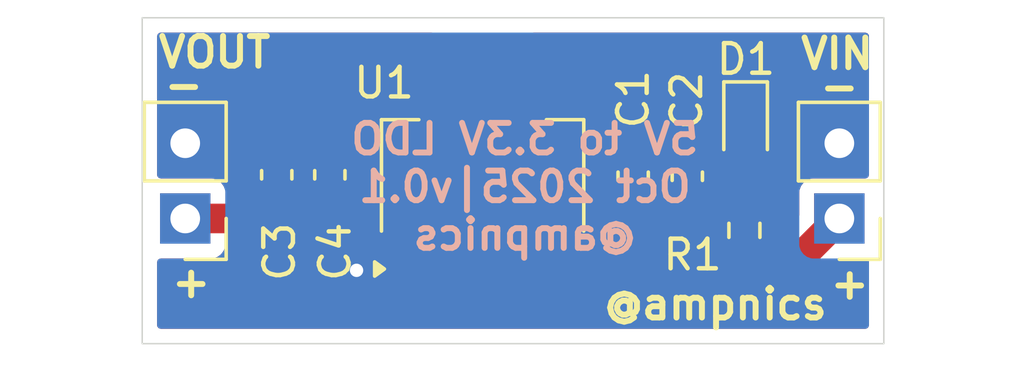
<source format=kicad_pcb>
(kicad_pcb (version 20241229) (generator "pcbnew") (generator_version "9.0")
  (layers (0 "F.Cu" signal) (2 "B.Cu" signal) (13 "F.Paste" user) (15 "B.Paste" user) (5 "F.SilkS" user "F.Silkscreen") (7 "B.SilkS" user "B.Silkscreen") (1 "F.Mask" user) (3 "B.Mask" user) (25 "Edge.Cuts" user))
  (net 0 "")
  (net 1 "+5V")
  (net 2 "GND")
  (net 3 "+3.3V")
  (net 4 "Net-(D1-A)")
  (footprint "Capacitor_SMD:C_0603_1608Metric" (layer "F.Cu") (at 126.535 94.3 90)
    (property "Reference" "C3" (at -2.6 0.09 90) (layer "F.SilkS"))
    (property "Value" "100nF")
    (fp_line (start -0.14058 -0.51) (end 0.14058 -0.51) (stroke (width 0.12)) (layer "F.SilkS"))
    (fp_line (start -0.14058 0.51) (end 0.14058 0.51) (stroke (width 0.12)) (layer "F.SilkS"))
    (pad "1" smd roundrect (at -0.775 0 90) (size 0.9 0.95) (layers "F.Cu" "F.Mask" "F.Paste") (net 3 "+3.3V"))
    (pad "2" smd roundrect (at 0.775 0 90) (size 0.9 0.95) (layers "F.Cu" "F.Mask" "F.Paste") (net 2 "GND"))
  )
  (footprint "Capacitor_SMD:C_0603_1608Metric" (layer "F.Cu") (at 140.375 94.35 90)
    (property "Reference" "C2" (at 2.55 -0.025 90) (layer "F.SilkS"))
    (property "Value" "100nF")
    (fp_line (start -0.14058 -0.51) (end 0.14058 -0.51) (stroke (width 0.12)) (layer "F.SilkS"))
    (fp_line (start -0.14058 0.51) (end 0.14058 0.51) (stroke (width 0.12)) (layer "F.SilkS"))
    (pad "1" smd roundrect (at -0.775 0 90) (size 0.9 0.95) (layers "F.Cu" "F.Mask" "F.Paste") (net 1 "+5V"))
    (pad "2" smd roundrect (at 0.775 0 90) (size 0.9 0.95) (layers "F.Cu" "F.Mask" "F.Paste") (net 2 "GND"))
  )
  (footprint "Connector_PinHeader_2.54mm:PinHeader_1x02_P2.54mm_Vertical" (layer "F.Cu") (at 145.5 95.775 180)
    (property "Reference" "J1" (hide yes))
    (property "Value" "Conn_01x02_Pin")
    (fp_line (start 1.38 1.27) (end 1.38 3.92) (stroke (width 0.12)) (layer "F.SilkS"))
    (fp_line (start -1.38 3.92) (end 1.38 3.92) (stroke (width 0.12)) (layer "F.SilkS"))
    (fp_line (start -1.38 1.27) (end 1.38 1.27) (stroke (width 0.12)) (layer "F.SilkS"))
    (fp_line (start -1.38 1.27) (end -1.38 3.92) (stroke (width 0.12)) (layer "F.SilkS"))
    (fp_line (start -1.38 0) (end -1.38 -1.38) (stroke (width 0.12)) (layer "F.SilkS"))
    (fp_line (start -1.38 -1.38) (end 0 -1.38) (stroke (width 0.12)) (layer "F.SilkS"))
    (pad "1" thru_hole rect (at 0 0 180) (size 1.7 1.7) (drill 1) (layers "*.Cu" "*.Mask") (net 1 "+5V"))
    (pad "2" thru_hole circle (at 0 2.54 180) (size 1.7 1.7) (drill 1) (layers "*.Cu" "*.Mask") (net 2 "GND"))
  )
  (footprint "LED_SMD:LED_0603_1608Metric" (layer "F.Cu") (at 142.34 92.65 -90)
    (property "Reference" "D1" (at -2.25 -0.01 180) (layer "F.SilkS"))
    (property "Value" "LED")
    (fp_line (start -1.485 0.735) (end 0.8 0.735) (stroke (width 0.12)) (layer "F.SilkS"))
    (fp_line (start -1.485 -0.735) (end -1.485 0.735) (stroke (width 0.12)) (layer "F.SilkS"))
    (fp_line (start 0.8 -0.735) (end -1.485 -0.735) (stroke (width 0.12)) (layer "F.SilkS"))
    (pad "1" smd roundrect (at -0.7875 0 270) (size 0.875 0.95) (layers "F.Cu" "F.Mask" "F.Paste") (net 2 "GND"))
    (pad "2" smd roundrect (at 0.7875 0 270) (size 0.875 0.95) (layers "F.Cu" "F.Mask" "F.Paste") (net 4 "Net-(D1-A)"))
  )
  (footprint "Package_TO_SOT_SMD:SOT-223-3_TabPin2" (layer "F.Cu") (at 133.475 94.35 90)
    (property "Reference" "U1" (at 3.15 -3.325 180) (layer "F.SilkS"))
    (property "Value" "AMS1117-3.3")
    (fp_line (start 1.91 -3.41) (end 1.91 -2.15) (stroke (width 0.12)) (layer "F.SilkS"))
    (fp_line (start -1.85 -3.41) (end 1.91 -3.41) (stroke (width 0.12)) (layer "F.SilkS"))
    (fp_line (start 1.91 3.41) (end 1.91 2.15) (stroke (width 0.12)) (layer "F.SilkS"))
    (fp_line (start -1.85 3.41) (end 1.91 3.41) (stroke (width 0.12)) (layer "F.SilkS"))
    (fp_poly (pts (xy -3.13 -3.31) (xy -3.37 -3.64) (xy -2.89 -3.64) (xy -3.13 -3.31)) (stroke (width 0.12)) (fill yes) (layer "F.SilkS"))
    (pad "1" smd roundrect (at -3.15 -2.3 90) (size 2 1.5) (layers "F.Cu" "F.Mask" "F.Paste") (net 2 "GND"))
    (pad "2" smd roundrect (at -3.15 0 90) (size 2 1.5) (layers "F.Cu" "F.Mask" "F.Paste") (net 3 "+3.3V"))
    (pad "2" smd roundrect (at 3.15 0 90) (size 2 3.8) (layers "F.Cu" "F.Mask" "F.Paste") (net 3 "+3.3V"))
    (pad "3" smd roundrect (at -3.15 2.3 90) (size 2 1.5) (layers "F.Cu" "F.Mask" "F.Paste") (net 1 "+5V"))
  )
  (footprint "Resistor_SMD:R_0603_1608Metric" (layer "F.Cu") (at 142.3 96.175 90)
    (property "Reference" "R1" (at -0.825 -1.75 180) (layer "F.SilkS"))
    (property "Value" "1K")
    (fp_line (start -0.237258 -0.5225) (end 0.237258 -0.5225) (stroke (width 0.12)) (layer "F.SilkS"))
    (fp_line (start -0.237258 0.5225) (end 0.237258 0.5225) (stroke (width 0.12)) (layer "F.SilkS"))
    (pad "1" smd roundrect (at -0.825 0 90) (size 0.8 0.95) (layers "F.Cu" "F.Mask" "F.Paste") (net 1 "+5V"))
    (pad "2" smd roundrect (at 0.825 0 90) (size 0.8 0.95) (layers "F.Cu" "F.Mask" "F.Paste") (net 4 "Net-(D1-A)"))
  )
  (footprint "Connector_PinHeader_2.54mm:PinHeader_1x02_P2.54mm_Vertical" (layer "F.Cu") (at 123.45 95.775 180)
    (property "Reference" "J2" (hide yes))
    (property "Value" "Conn_01x02_Pin")
    (fp_line (start 1.38 1.27) (end 1.38 3.92) (stroke (width 0.12)) (layer "F.SilkS"))
    (fp_line (start -1.38 3.92) (end 1.38 3.92) (stroke (width 0.12)) (layer "F.SilkS"))
    (fp_line (start -1.38 1.27) (end 1.38 1.27) (stroke (width 0.12)) (layer "F.SilkS"))
    (fp_line (start -1.38 1.27) (end -1.38 3.92) (stroke (width 0.12)) (layer "F.SilkS"))
    (fp_line (start -1.38 0) (end -1.38 -1.38) (stroke (width 0.12)) (layer "F.SilkS"))
    (fp_line (start -1.38 -1.38) (end 0 -1.38) (stroke (width 0.12)) (layer "F.SilkS"))
    (pad "1" thru_hole rect (at 0 0 180) (size 1.7 1.7) (drill 1) (layers "*.Cu" "*.Mask") (net 3 "+3.3V"))
    (pad "2" thru_hole circle (at 0 2.54 180) (size 1.7 1.7) (drill 1) (layers "*.Cu" "*.Mask") (net 2 "GND"))
  )
  (footprint "Capacitor_SMD:C_0603_1608Metric" (layer "F.Cu") (at 128.325 94.3 90)
    (property "Reference" "C4" (at -2.6 0.175 90) (layer "F.SilkS"))
    (property "Value" "10uF")
    (fp_line (start -0.14058 -0.51) (end 0.14058 -0.51) (stroke (width 0.12)) (layer "F.SilkS"))
    (fp_line (start -0.14058 0.51) (end 0.14058 0.51) (stroke (width 0.12)) (layer "F.SilkS"))
    (pad "1" smd roundrect (at -0.775 0 90) (size 0.9 0.95) (layers "F.Cu" "F.Mask" "F.Paste") (net 3 "+3.3V"))
    (pad "2" smd roundrect (at 0.775 0 90) (size 0.9 0.95) (layers "F.Cu" "F.Mask" "F.Paste") (net 2 "GND"))
  )
  (footprint "Capacitor_SMD:C_0603_1608Metric" (layer "F.Cu") (at 138.55 94.35 90)
    (property "Reference" "C1" (at 2.6 0 90) (layer "F.SilkS"))
    (property "Value" "10uF")
    (fp_line (start -0.14058 -0.51) (end 0.14058 -0.51) (stroke (width 0.12)) (layer "F.SilkS"))
    (fp_line (start -0.14058 0.51) (end 0.14058 0.51) (stroke (width 0.12)) (layer "F.SilkS"))
    (pad "1" smd roundrect (at -0.775 0 90) (size 0.9 0.95) (layers "F.Cu" "F.Mask" "F.Paste") (net 1 "+5V"))
    (pad "2" smd roundrect (at 0.775 0 90) (size 0.9 0.95) (layers "F.Cu" "F.Mask" "F.Paste") (net 2 "GND"))
  )
  (gr_rect (start 122 89) (end 147 100) (stroke (width 0.05)) (fill no) (layer "Edge.Cuts"))
  (gr_text "@ampnics" (at 137.45 99.25 0) (layer "F.SilkS") (effects (font (size 1 1) (thickness 0.2) (bold yes)) (justify left bottom)))
  (gr_text "VIN" (at 144.1 90.8 0) (layer "F.SilkS") (effects (font (size 1 1) (thickness 0.2) (bold yes)) (justify left bottom)))
  (gr_text "-" (at 144.75 91.9 0) (layer "F.SilkS") (effects (font (size 1 1) (thickness 0.2) (bold yes)) (justify left bottom)))
  (gr_text "VOUT\n" (at 122.45 90.75 0) (layer "F.SilkS") (effects (font (size 1 1) (thickness 0.2) (bold yes)) (justify left bottom)))
  (gr_text "+" (at 122.9 98.5 0) (layer "F.SilkS") (effects (font (size 1 1) (thickness 0.2) (bold yes)) (justify left bottom)))
  (gr_text "+" (at 145.1 98.55 0) (layer "F.SilkS") (effects (font (size 1 1) (thickness 0.2) (bold yes)) (justify left bottom)))
  (gr_text "-" (at 122.65 91.85 0) (layer "F.SilkS") (effects (font (size 1 1) (thickness 0.2) (bold yes)) (justify left bottom)))
  (gr_text "5V to 3.3V LDO\nOct 2025|v0.1\n@ampnics" (at 134.9 96.9 -0) (layer "B.SilkS") (effects (font (size 1 1) (thickness 0.2) (bold yes)) (justify bottom mirror)))
  (segment (start 141.15 97) (end 142.3 97) (width 1) (layer "F.Cu") (net 1))
  (segment (start 142.3 97) (end 144.275 97) (width 1) (layer "F.Cu") (net 1))
  (segment (start 140.375 95.125) (end 140.375 96.225) (width 1) (layer "F.Cu") (net 1))
  (segment (start 135.775 97.5) (end 135.775 95.975) (width 1) (layer "F.Cu") (net 1))
  (segment (start 140.375 96.225) (end 141.15 97) (width 1) (layer "F.Cu") (net 1))
  (segment (start 135.775 95.975) (end 136.625 95.125) (width 1) (layer "F.Cu") (net 1))
  (segment (start 144.275 97) (end 145.5 95.775) (width 1) (layer "F.Cu") (net 1))
  (segment (start 136.625 95.125) (end 140.375 95.125) (width 1) (layer "F.Cu") (net 1))
  (segment (start 131.175 97.5) (end 129.25 97.5) (width 1) (layer "F.Cu") (net 2))
  (segment (start 129.25 97.5) (end 129.225 97.525) (width 1) (layer "F.Cu") (net 2))
  (via (at 129.225 97.525) (size 0.6) (drill 0.45) (layers "F.Cu" "B.Cu") (net 2))
  (segment (start 133.475 97.5) (end 133.475 95.075) (width 1) (layer "F.Cu") (net 3))
  (segment (start 123.45 95.775) (end 125.835 95.775) (width 1) (layer "F.Cu") (net 3))
  (segment (start 125.835 95.775) (end 126.535 95.075) (width 1) (layer "F.Cu") (net 3))
  (segment (start 133.475 95.075) (end 133.475 91.2) (width 1) (layer "F.Cu") (net 3))
  (segment (start 126.535 95.075) (end 133.475 95.075) (width 1) (layer "F.Cu") (net 3))
  (segment (start 142.3 93.4775) (end 142.34 93.4375) (width 0.5) (layer "F.Cu") (net 4))
  (segment (start 142.3 95.35) (end 142.3 93.4775) (width 0.5) (layer "F.Cu") (net 4))
  (zone (net 2) (net_name "GND") (layers "F.Cu" "B.Cu") (connect_pads yes (clearance 0.5)) (min_thickness 0.25) (fill yes (thermal_gap 0.5) (thermal_bridge_width 0.5))
    (polygon (pts (xy 121.775 88.4) (xy 121.675 100.825) (xy 147.375 100.725) (xy 147.5 88.65)))
  )
)
</source>
